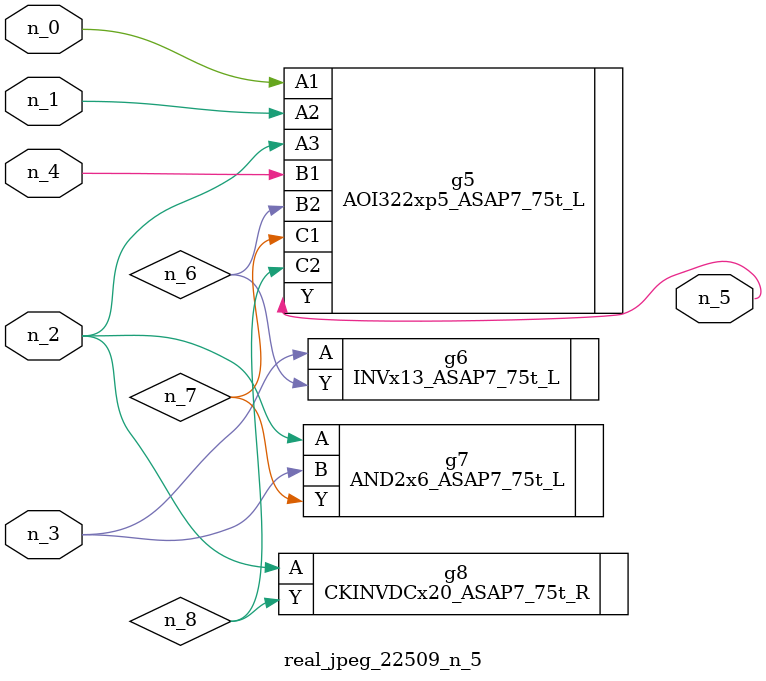
<source format=v>
module real_jpeg_22509_n_5 (n_4, n_0, n_1, n_2, n_3, n_5);

input n_4;
input n_0;
input n_1;
input n_2;
input n_3;

output n_5;

wire n_8;
wire n_6;
wire n_7;

AOI322xp5_ASAP7_75t_L g5 ( 
.A1(n_0),
.A2(n_1),
.A3(n_2),
.B1(n_4),
.B2(n_6),
.C1(n_7),
.C2(n_8),
.Y(n_5)
);

AND2x6_ASAP7_75t_L g7 ( 
.A(n_2),
.B(n_3),
.Y(n_7)
);

CKINVDCx20_ASAP7_75t_R g8 ( 
.A(n_2),
.Y(n_8)
);

INVx13_ASAP7_75t_L g6 ( 
.A(n_3),
.Y(n_6)
);


endmodule
</source>
